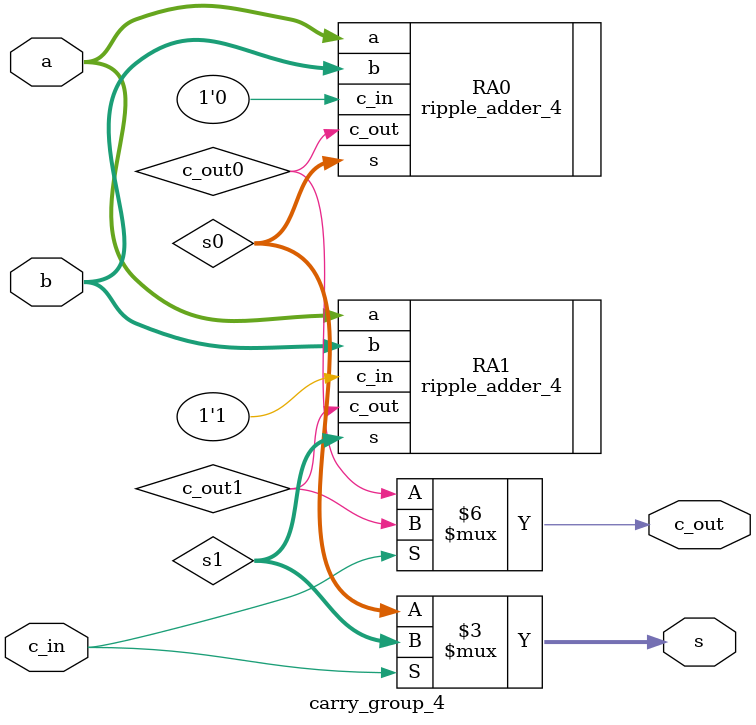
<source format=sv>
module carry_select_adder
(
    input   logic [15:0]    A,
    input   logic [15:0]    B,
    output  logic [15:0]    Sum,
    output  logic           CO
);

    /* TODO
     *
     * Insert code here to implement a carry select.
     * Your code should be completly combinational (don't use always_ff or always_latch).
     * Feel free to create sub-modules or other files. */

    logic c1, c2, c3;

    carry_group_4 CP4_0(.a(A[3:0]), .b(B[3:0]), .c_in(1'b0), .s(Sum[3:0]), .c_out(c1));
    carry_group_4 CP4_1(.a(A[7:4]), .b(B[7:4]), .c_in(c1), .s(Sum[7:4]), .c_out(c2));
    carry_group_4 CP4_2(.a(A[11:8]), .b(B[11:8]), .c_in(c2), .s(Sum[11:8]), .c_out(c3));
    carry_group_4 CP4_3(.a(A[15:12]), .b(B[15:12]), .c_in(c3), .s(Sum[15:12]), .c_out(CO));
     
endmodule

module carry_group_4
(
    input   logic [3:0] a,
    input   logic [3:0] b,
    input   logic       c_in,
    output  logic [3:0] s,
    output  logic       c_out
);

    logic c_out0, c_out1;
    logic [3:0] s0, s1;

    ripple_adder_4 RA0(.a, .b, .c_in(1'b0), .s(s0), .c_out(c_out0));
    ripple_adder_4 RA1(.a, .b, .c_in(1'b1), .s(s1), .c_out(c_out1));

    always_comb begin
        c_out = c_out0;
        s = s0;
        if (c_in) begin
            c_out = c_out1;
            s = s1;
        end
    end

endmodule

</source>
